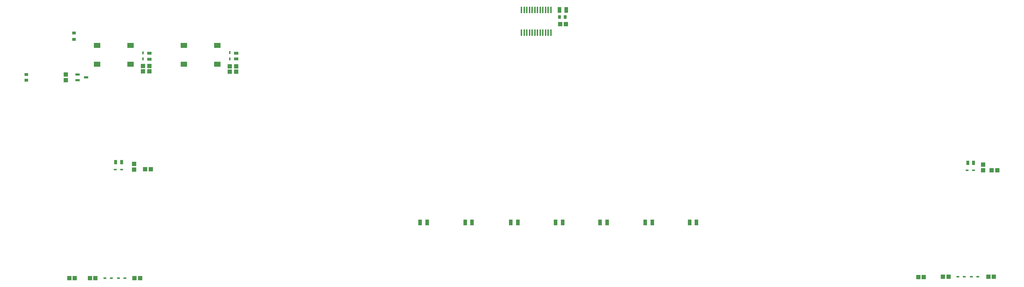
<source format=gbr>
%TF.GenerationSoftware,KiCad,Pcbnew,8.0.8*%
%TF.CreationDate,2025-05-17T22:16:50-04:00*%
%TF.ProjectId,control board,636f6e74-726f-46c2-9062-6f6172642e6b,rev?*%
%TF.SameCoordinates,Original*%
%TF.FileFunction,Paste,Bot*%
%TF.FilePolarity,Positive*%
%FSLAX46Y46*%
G04 Gerber Fmt 4.6, Leading zero omitted, Abs format (unit mm)*
G04 Created by KiCad (PCBNEW 8.0.8) date 2025-05-17 22:16:50*
%MOMM*%
%LPD*%
G01*
G04 APERTURE LIST*
%ADD10R,0.900000X0.650000*%
%ADD11R,1.000000X0.500000*%
%ADD12R,1.100000X1.000000*%
%ADD13R,1.000000X1.100000*%
%ADD14R,0.420000X0.640000*%
%ADD15R,0.970000X1.470000*%
%ADD16R,0.640000X0.420000*%
%ADD17R,0.435000X1.500000*%
%ADD18R,0.980000X0.780000*%
%ADD19R,1.550000X1.300000*%
%ADD20R,0.940000X0.750000*%
%ADD21R,0.750000X0.940000*%
%ADD22R,0.780000X0.980000*%
G04 APERTURE END LIST*
D10*
%TO.C,R17*%
X321462800Y-210335400D03*
X321462800Y-211785400D03*
%TD*%
D11*
%TO.C,Q1*%
X322291600Y-221528600D03*
X322291600Y-220228600D03*
X324291600Y-220878600D03*
%TD*%
D12*
%TO.C,R122*%
X321613400Y-268774800D03*
X320313400Y-268774800D03*
%TD*%
D13*
%TO.C,R6*%
X339357200Y-218170600D03*
X339357200Y-219470600D03*
%TD*%
D14*
%TO.C,D2*%
X337833200Y-216522600D03*
X337833200Y-215022600D03*
%TD*%
D15*
%TO.C,C37*%
X427076000Y-255498800D03*
X425416000Y-255498800D03*
%TD*%
D13*
%TO.C,R5*%
X337833200Y-218170600D03*
X337833200Y-219470600D03*
%TD*%
%TO.C,R8*%
X360020200Y-218246600D03*
X360020200Y-219546600D03*
%TD*%
D15*
%TO.C,C26*%
X469621000Y-255498800D03*
X467961000Y-255498800D03*
%TD*%
D16*
%TO.C,D7*%
X536597400Y-268448300D03*
X535097400Y-268448300D03*
%TD*%
D17*
%TO.C,IC17*%
X434949000Y-210192800D03*
X434315000Y-210192800D03*
X433679000Y-210192800D03*
X433045000Y-210192800D03*
X432409000Y-210192800D03*
X431775000Y-210192800D03*
X431139000Y-210192800D03*
X430505000Y-210192800D03*
X429869000Y-210192800D03*
X429235000Y-210192800D03*
X428599000Y-210192800D03*
X427965000Y-210192800D03*
X427965000Y-204792800D03*
X428599000Y-204792800D03*
X429235000Y-204792800D03*
X429869000Y-204792800D03*
X430505000Y-204792800D03*
X431139000Y-204792800D03*
X431775000Y-204792800D03*
X432409000Y-204792800D03*
X433045000Y-204792800D03*
X433679000Y-204792800D03*
X434315000Y-204792800D03*
X434949000Y-204792800D03*
%TD*%
D18*
%TO.C,C10*%
X339357200Y-215134600D03*
X339357200Y-216534600D03*
%TD*%
D13*
%TO.C,R212*%
X319502600Y-220228600D03*
X319502600Y-221528600D03*
%TD*%
D12*
%TO.C,R14*%
X337147800Y-268792800D03*
X335847800Y-268792800D03*
%TD*%
%TO.C,R10*%
X540419400Y-268448300D03*
X539119400Y-268448300D03*
%TD*%
D15*
%TO.C,C39*%
X405495000Y-255498800D03*
X403835000Y-255498800D03*
%TD*%
%TO.C,C36*%
X437744000Y-255498800D03*
X436084000Y-255498800D03*
%TD*%
D12*
%TO.C,R30*%
X438507000Y-208160800D03*
X437207000Y-208160800D03*
%TD*%
D13*
%TO.C,R7*%
X358496200Y-218246600D03*
X358496200Y-219546600D03*
%TD*%
%TO.C,R15*%
X335759800Y-242866800D03*
X335759800Y-241566800D03*
%TD*%
D16*
%TO.C,D8*%
X531874700Y-268448300D03*
X533374700Y-268448300D03*
%TD*%
D19*
%TO.C,S1*%
X334861200Y-213279800D03*
X334861200Y-217779800D03*
X326911200Y-213279800D03*
X326911200Y-217779800D03*
%TD*%
D20*
%TO.C,C15*%
X310104600Y-221578600D03*
X310104600Y-220178600D03*
%TD*%
D12*
%TO.C,R9*%
X541211400Y-243048300D03*
X539911400Y-243048300D03*
%TD*%
%TO.C,R16*%
X326539400Y-268792800D03*
X325239400Y-268792800D03*
%TD*%
D15*
%TO.C,C43*%
X416222000Y-255498800D03*
X414562000Y-255498800D03*
%TD*%
D16*
%TO.C,D6*%
X535581400Y-243048300D03*
X534081400Y-243048300D03*
%TD*%
%TO.C,D11*%
X328837400Y-268792800D03*
X330337400Y-268792800D03*
%TD*%
D15*
%TO.C,C46*%
X438633000Y-204792800D03*
X436973000Y-204792800D03*
%TD*%
%TO.C,C30*%
X448353000Y-255498800D03*
X446693000Y-255498800D03*
%TD*%
D14*
%TO.C,D4*%
X358496200Y-216486600D03*
X358496200Y-214986600D03*
%TD*%
D21*
%TO.C,C45*%
X438398000Y-206460800D03*
X436998000Y-206460800D03*
%TD*%
D13*
%TO.C,R11*%
X537879400Y-243048300D03*
X537879400Y-241748300D03*
%TD*%
D16*
%TO.C,D10*%
X333549800Y-268792800D03*
X332049800Y-268792800D03*
%TD*%
D18*
%TO.C,C12*%
X360020200Y-215098600D03*
X360020200Y-216498600D03*
%TD*%
D22*
%TO.C,C14*%
X534193400Y-241270300D03*
X535593400Y-241270300D03*
%TD*%
D19*
%TO.C,S2*%
X355524200Y-213268600D03*
X355524200Y-217768600D03*
X347574200Y-213268600D03*
X347574200Y-217768600D03*
%TD*%
D16*
%TO.C,D9*%
X332799800Y-242866800D03*
X331299800Y-242866800D03*
%TD*%
D12*
%TO.C,R13*%
X339711800Y-242848800D03*
X338411800Y-242848800D03*
%TD*%
%TO.C,R121*%
X523712600Y-268516300D03*
X522412600Y-268516300D03*
%TD*%
%TO.C,R12*%
X529594700Y-268448300D03*
X528294700Y-268448300D03*
%TD*%
D15*
%TO.C,C29*%
X459080000Y-255498800D03*
X457420000Y-255498800D03*
%TD*%
D22*
%TO.C,C16*%
X331361800Y-241088800D03*
X332761800Y-241088800D03*
%TD*%
M02*

</source>
